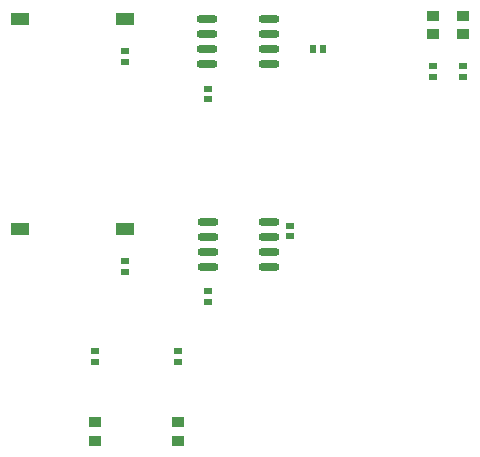
<source format=gtp>
G04*
G04 #@! TF.GenerationSoftware,Altium Limited,Altium Designer,20.2.6 (244)*
G04*
G04 Layer_Color=8421504*
%FSLAX25Y25*%
%MOIN*%
G70*
G04*
G04 #@! TF.SameCoordinates,3ADD8469-B8FD-440E-8261-352D89208680*
G04*
G04*
G04 #@! TF.FilePolarity,Positive*
G04*
G01*
G75*
%ADD17R,0.02559X0.02362*%
%ADD18R,0.02362X0.02559*%
%ADD19R,0.05906X0.04331*%
%ADD20R,0.03858X0.03661*%
%ADD21O,0.07087X0.02756*%
D17*
X132500Y83563D02*
D03*
Y80216D02*
D03*
X77500Y141673D02*
D03*
Y138327D02*
D03*
X105000Y58327D02*
D03*
Y61673D02*
D03*
Y125827D02*
D03*
Y129173D02*
D03*
X190000Y136673D02*
D03*
Y133327D02*
D03*
X180000Y136673D02*
D03*
Y133327D02*
D03*
X95000Y41673D02*
D03*
Y38327D02*
D03*
X67500Y38327D02*
D03*
Y41673D02*
D03*
X77500Y68327D02*
D03*
Y71673D02*
D03*
D18*
X143405Y142500D02*
D03*
X140059D02*
D03*
D19*
X77520Y152500D02*
D03*
X42480D02*
D03*
Y82500D02*
D03*
X77520D02*
D03*
D20*
X190000Y153563D02*
D03*
Y147500D02*
D03*
X180000Y153563D02*
D03*
Y147500D02*
D03*
X67500Y11969D02*
D03*
Y18032D02*
D03*
X95000D02*
D03*
Y11969D02*
D03*
D21*
X105000Y85000D02*
D03*
Y80000D02*
D03*
Y75000D02*
D03*
Y70000D02*
D03*
X125472Y85000D02*
D03*
Y80000D02*
D03*
Y75000D02*
D03*
Y70000D02*
D03*
X104764Y152500D02*
D03*
Y147500D02*
D03*
Y142500D02*
D03*
Y137500D02*
D03*
X125236Y152500D02*
D03*
Y147500D02*
D03*
Y142500D02*
D03*
Y137500D02*
D03*
M02*

</source>
